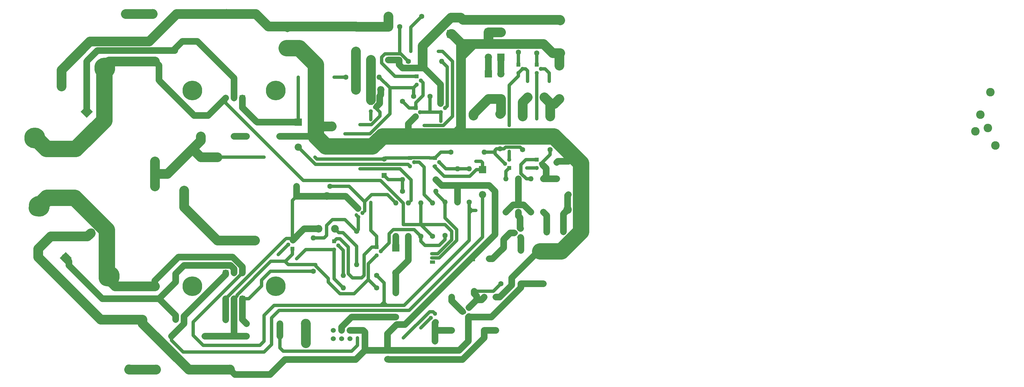
<source format=gbl>
G04 #@! TF.GenerationSoftware,KiCad,Pcbnew,5.0.1+dfsg1-3*
G04 #@! TF.CreationDate,2019-02-08T02:38:29+00:00*
G04 #@! TF.ProjectId,Trimodal Blameless_backup,5472696D6F64616C20426C616D656C65,rev?*
G04 #@! TF.SameCoordinates,Original*
G04 #@! TF.FileFunction,Copper,L2,Bot,Signal*
G04 #@! TF.FilePolarity,Positive*
%FSLAX46Y46*%
G04 Gerber Fmt 4.6, Leading zero omitted, Abs format (unit mm)*
G04 Created by KiCad (PCBNEW 5.0.1+dfsg1-3) date Fri 08 Feb 2019 02:38:29 UTC*
%MOMM*%
%LPD*%
G01*
G04 APERTURE LIST*
G04 #@! TA.AperFunction,ComponentPad*
%ADD10C,6.000000*%
G04 #@! TD*
G04 #@! TA.AperFunction,ComponentPad*
%ADD11C,2.600000*%
G04 #@! TD*
G04 #@! TA.AperFunction,Conductor*
%ADD12C,0.100000*%
G04 #@! TD*
G04 #@! TA.AperFunction,ComponentPad*
%ADD13C,6.350000*%
G04 #@! TD*
G04 #@! TA.AperFunction,ComponentPad*
%ADD14O,2.400000X2.400000*%
G04 #@! TD*
G04 #@! TA.AperFunction,ComponentPad*
%ADD15C,2.400000*%
G04 #@! TD*
G04 #@! TA.AperFunction,ComponentPad*
%ADD16R,2.000000X2.000000*%
G04 #@! TD*
G04 #@! TA.AperFunction,ComponentPad*
%ADD17C,2.000000*%
G04 #@! TD*
G04 #@! TA.AperFunction,ComponentPad*
%ADD18R,2.400000X2.400000*%
G04 #@! TD*
G04 #@! TA.AperFunction,ComponentPad*
%ADD19C,1.600000*%
G04 #@! TD*
G04 #@! TA.AperFunction,ComponentPad*
%ADD20R,1.600000X1.600000*%
G04 #@! TD*
G04 #@! TA.AperFunction,ComponentPad*
%ADD21R,2.200000X2.200000*%
G04 #@! TD*
G04 #@! TA.AperFunction,ComponentPad*
%ADD22O,2.200000X2.200000*%
G04 #@! TD*
G04 #@! TA.AperFunction,ComponentPad*
%ADD23C,3.000000*%
G04 #@! TD*
G04 #@! TA.AperFunction,ComponentPad*
%ADD24O,1.800000X1.800000*%
G04 #@! TD*
G04 #@! TA.AperFunction,ComponentPad*
%ADD25R,1.800000X1.800000*%
G04 #@! TD*
G04 #@! TA.AperFunction,ComponentPad*
%ADD26C,1.300000*%
G04 #@! TD*
G04 #@! TA.AperFunction,ComponentPad*
%ADD27R,1.300000X1.300000*%
G04 #@! TD*
G04 #@! TA.AperFunction,ComponentPad*
%ADD28O,1.500000X1.050000*%
G04 #@! TD*
G04 #@! TA.AperFunction,ComponentPad*
%ADD29R,1.500000X1.050000*%
G04 #@! TD*
G04 #@! TA.AperFunction,ComponentPad*
%ADD30O,1.600000X1.600000*%
G04 #@! TD*
G04 #@! TA.AperFunction,ComponentPad*
%ADD31R,1.524000X1.524000*%
G04 #@! TD*
G04 #@! TA.AperFunction,ComponentPad*
%ADD32C,1.524000*%
G04 #@! TD*
G04 #@! TA.AperFunction,ComponentPad*
%ADD33C,2.340000*%
G04 #@! TD*
G04 #@! TA.AperFunction,ViaPad*
%ADD34C,1.000000*%
G04 #@! TD*
G04 #@! TA.AperFunction,ViaPad*
%ADD35C,3.000000*%
G04 #@! TD*
G04 #@! TA.AperFunction,ViaPad*
%ADD36C,2.000000*%
G04 #@! TD*
G04 #@! TA.AperFunction,Conductor*
%ADD37C,3.000000*%
G04 #@! TD*
G04 #@! TA.AperFunction,Conductor*
%ADD38C,1.000000*%
G04 #@! TD*
G04 #@! TA.AperFunction,Conductor*
%ADD39C,5.000000*%
G04 #@! TD*
G04 #@! TA.AperFunction,Conductor*
%ADD40C,2.000000*%
G04 #@! TD*
G04 #@! TA.AperFunction,Conductor*
%ADD41C,0.800000*%
G04 #@! TD*
G04 APERTURE END LIST*
D10*
G04 #@! TO.P,HS2,1*
G04 #@! TO.N,N/C*
X101600000Y-116840000D03*
X76200000Y-116840000D03*
G04 #@! TD*
D11*
G04 #@! TO.P,TR9,1*
G04 #@! TO.N,Net-(R26-Pad1)*
X43979212Y-63550252D03*
D12*
G04 #@! TD*
G04 #@! TO.N,Net-(R26-Pad1)*
G04 #@! TO.C,TR9*
G36*
X43979212Y-61711774D02*
X45817690Y-63550252D01*
X43979212Y-65388730D01*
X42140734Y-63550252D01*
X43979212Y-61711774D01*
X43979212Y-61711774D01*
G37*
D11*
G04 #@! TO.P,TR9,2*
G04 #@! TO.N,VCC*
X36257606Y-55828646D03*
D13*
G04 #@! TO.P,TR9,3*
G04 #@! TO.N,Net-(R17-Pad2)*
X49530000Y-50292000D03*
X28175375Y-71646625D03*
G04 #@! TD*
D14*
G04 #@! TO.P,R16,2*
G04 #@! TO.N,NFB*
X64770000Y-86360000D03*
D15*
G04 #@! TO.P,R16,1*
G04 #@! TO.N,Net-(D7-Pad1)*
X64770000Y-116840000D03*
G04 #@! TD*
D13*
G04 #@! TO.P,TR7,3*
G04 #@! TO.N,Net-(D7-Pad1)*
X29495627Y-92400163D03*
X50850252Y-113754788D03*
D11*
G04 #@! TO.P,TR7,2*
G04 #@! TO.N,VAA*
X45313606Y-100482394D03*
G04 #@! TO.P,TR7,1*
G04 #@! TO.N,Net-(R25-Pad2)*
X37592000Y-108204000D03*
D12*
G04 #@! TD*
G04 #@! TO.N,Net-(R25-Pad2)*
G04 #@! TO.C,TR7*
G36*
X39430478Y-108204000D02*
X37592000Y-110042478D01*
X35753522Y-108204000D01*
X37592000Y-106365522D01*
X39430478Y-108204000D01*
X39430478Y-108204000D01*
G37*
D16*
G04 #@! TO.P,C2,1*
G04 #@! TO.N,Net-(C2-Pad1)*
X161798000Y-64770000D03*
D17*
G04 #@! TO.P,C2,2*
G04 #@! TO.N,GND*
X161798000Y-69770000D03*
G04 #@! TD*
G04 #@! TO.P,C9,2*
G04 #@! TO.N,GND*
X110744000Y-134192000D03*
D16*
G04 #@! TO.P,C9,1*
G04 #@! TO.N,VAA*
X110744000Y-139192000D03*
G04 #@! TD*
G04 #@! TO.P,C10,1*
G04 #@! TO.N,GND*
X105156000Y-43354000D03*
D17*
G04 #@! TO.P,C10,2*
G04 #@! TO.N,VCC*
X105156000Y-38354000D03*
G04 #@! TD*
D18*
G04 #@! TO.P,C12,1*
G04 #@! TO.N,GND*
X154940000Y-39878000D03*
D15*
G04 #@! TO.P,C12,2*
G04 #@! TO.N,Net-(C12-Pad2)*
X154940000Y-34878000D03*
G04 #@! TD*
D19*
G04 #@! TO.P,C1,2*
G04 #@! TO.N,Net-(C1-Pad2)*
X189150000Y-100330000D03*
D20*
G04 #@! TO.P,C1,1*
G04 #@! TO.N,Net-(C1-Pad1)*
X184150000Y-100330000D03*
G04 #@! TD*
G04 #@! TO.P,C4,1*
G04 #@! TO.N,Net-(C4-Pad1)*
X86360000Y-132080000D03*
D19*
G04 #@! TO.P,C4,2*
G04 #@! TO.N,Net-(C3-Pad1)*
X86360000Y-127080000D03*
G04 #@! TD*
G04 #@! TO.P,C5,2*
G04 #@! TO.N,NFB*
X134620000Y-78058000D03*
D20*
G04 #@! TO.P,C5,1*
G04 #@! TO.N,Net-(C5-Pad1)*
X134620000Y-83058000D03*
G04 #@! TD*
G04 #@! TO.P,C15,1*
G04 #@! TO.N,Net-(C15-Pad1)*
X178308000Y-59182000D03*
D19*
G04 #@! TO.P,C15,2*
G04 #@! TO.N,Net-(C15-Pad2)*
X183308000Y-59182000D03*
G04 #@! TD*
G04 #@! TO.P,C14,2*
G04 #@! TO.N,Net-(C14-Pad2)*
X166544000Y-108458000D03*
D20*
G04 #@! TO.P,C14,1*
G04 #@! TO.N,VAA*
X161544000Y-108458000D03*
G04 #@! TD*
G04 #@! TO.P,C11,1*
G04 #@! TO.N,VAA*
X135636000Y-134112000D03*
D19*
G04 #@! TO.P,C11,2*
G04 #@! TO.N,Net-(C11-Pad2)*
X135636000Y-139112000D03*
G04 #@! TD*
G04 #@! TO.P,C3,2*
G04 #@! TO.N,Net-(C3-Pad2)*
X148590000Y-58928000D03*
G04 #@! TO.P,C3,1*
G04 #@! TO.N,Net-(C3-Pad1)*
X143590000Y-58928000D03*
G04 #@! TD*
G04 #@! TO.P,C16,1*
G04 #@! TO.N,Net-(C16-Pad1)*
X187198000Y-84074000D03*
G04 #@! TO.P,C16,2*
G04 #@! TO.N,GND*
X187198000Y-79074000D03*
G04 #@! TD*
G04 #@! TO.P,C13,2*
G04 #@! TO.N,VCC*
X114808000Y-38260000D03*
G04 #@! TO.P,C13,1*
G04 #@! TO.N,GND*
X114808000Y-48260000D03*
G04 #@! TD*
G04 #@! TO.P,C7,1*
G04 #@! TO.N,VAA*
X183134000Y-116078000D03*
G04 #@! TO.P,C7,2*
G04 #@! TO.N,GND*
X183134000Y-106078000D03*
G04 #@! TD*
G04 #@! TO.P,C6,2*
G04 #@! TO.N,GND*
X102710000Y-71120000D03*
G04 #@! TO.P,C6,1*
G04 #@! TO.N,Net-(C6-Pad1)*
X92710000Y-71120000D03*
G04 #@! TD*
G04 #@! TO.P,C17,1*
G04 #@! TO.N,GND*
X188214000Y-45720000D03*
G04 #@! TO.P,C17,2*
G04 #@! TO.N,Net-(C12-Pad2)*
X188214000Y-35720000D03*
G04 #@! TD*
D11*
G04 #@! TO.P,J4,1*
G04 #@! TO.N,GND*
X119888000Y-74168000D03*
G04 #@! TD*
G04 #@! TO.P,J3,1*
G04 #@! TO.N,Net-(J3-Pad1)*
X95250000Y-102870000D03*
G04 #@! TD*
G04 #@! TO.P,J2,1*
G04 #@! TO.N,GND*
X190246000Y-74930000D03*
G04 #@! TD*
G04 #@! TO.P,J1,1*
G04 #@! TO.N,Net-(C1-Pad2)*
X190500000Y-93472000D03*
G04 #@! TD*
D21*
G04 #@! TO.P,D5,1*
G04 #@! TO.N,Net-(D5-Pad1)*
X125984000Y-56896000D03*
D22*
G04 #@! TO.P,D5,2*
G04 #@! TO.N,Net-(D5-Pad2)*
X133604000Y-56896000D03*
G04 #@! TD*
D21*
G04 #@! TO.P,D1,1*
G04 #@! TO.N,Net-(D1-Pad1)*
X166370000Y-52070000D03*
D22*
G04 #@! TO.P,D1,2*
G04 #@! TO.N,Net-(C2-Pad1)*
X166370000Y-59690000D03*
G04 #@! TD*
G04 #@! TO.P,D2,2*
G04 #@! TO.N,Net-(D1-Pad1)*
X166370000Y-46990000D03*
D21*
G04 #@! TO.P,D2,1*
G04 #@! TO.N,GND*
X166370000Y-39370000D03*
G04 #@! TD*
G04 #@! TO.P,D4,1*
G04 #@! TO.N,Net-(D3-Pad2)*
X170180000Y-46990000D03*
D22*
G04 #@! TO.P,D4,2*
G04 #@! TO.N,GND*
X170180000Y-39370000D03*
G04 #@! TD*
G04 #@! TO.P,D6,2*
G04 #@! TO.N,Net-(D5-Pad1)*
X125984000Y-45212000D03*
D21*
G04 #@! TO.P,D6,1*
G04 #@! TO.N,VCC*
X125984000Y-37592000D03*
G04 #@! TD*
G04 #@! TO.P,D7,1*
G04 #@! TO.N,Net-(D7-Pad1)*
X164592000Y-81280000D03*
D22*
G04 #@! TO.P,D7,2*
G04 #@! TO.N,Net-(D7-Pad2)*
X164592000Y-88900000D03*
G04 #@! TD*
G04 #@! TO.P,D8,2*
G04 #@! TO.N,Net-(D8-Pad2)*
X108458000Y-74422000D03*
D21*
G04 #@! TO.P,D8,1*
G04 #@! TO.N,Net-(D8-Pad1)*
X108458000Y-66802000D03*
G04 #@! TD*
G04 #@! TO.P,D9,1*
G04 #@! TO.N,Net-(D9-Pad1)*
X138176000Y-105156000D03*
D22*
G04 #@! TO.P,D9,2*
G04 #@! TO.N,Net-(D9-Pad2)*
X138176000Y-112776000D03*
G04 #@! TD*
D23*
G04 #@! TO.P,F1,2*
G04 #@! TO.N,VAA*
X87630000Y-142240000D03*
G04 #@! TO.P,F1,1*
G04 #@! TO.N,+24V*
X65030000Y-142240000D03*
G04 #@! TD*
G04 #@! TO.P,F2,1*
G04 #@! TO.N,-24V*
X64014000Y-33782000D03*
G04 #@! TO.P,F2,2*
G04 #@! TO.N,VCC*
X86614000Y-33782000D03*
G04 #@! TD*
D15*
G04 #@! TO.P,L1,1*
G04 #@! TO.N,NFB*
X83820000Y-77470000D03*
D14*
G04 #@! TO.P,L1,2*
G04 #@! TO.N,Net-(J3-Pad1)*
X83820000Y-102870000D03*
G04 #@! TD*
D24*
G04 #@! TO.P,TR6,3*
G04 #@! TO.N,Net-(D7-Pad1)*
X91440000Y-112776000D03*
G04 #@! TO.P,TR6,2*
G04 #@! TO.N,Net-(R25-Pad2)*
X88900000Y-112776000D03*
D25*
G04 #@! TO.P,TR6,1*
G04 #@! TO.N,Net-(D7-Pad2)*
X86360000Y-112776000D03*
G04 #@! TD*
G04 #@! TO.P,TR13,1*
G04 #@! TO.N,Net-(R10-Pad2)*
X91440000Y-120650000D03*
D24*
G04 #@! TO.P,TR13,2*
G04 #@! TO.N,Net-(C4-Pad1)*
X88900000Y-120650000D03*
G04 #@! TO.P,TR13,3*
G04 #@! TO.N,Net-(C3-Pad1)*
X86360000Y-120650000D03*
G04 #@! TD*
D26*
G04 #@! TO.P,TR12,2*
G04 #@! TO.N,Net-(C3-Pad2)*
X145542000Y-63754000D03*
G04 #@! TO.P,TR12,3*
G04 #@! TO.N,GND*
X144272000Y-65024000D03*
D27*
G04 #@! TO.P,TR12,1*
G04 #@! TO.N,Net-(R36-Pad1)*
X144272000Y-62484000D03*
G04 #@! TD*
G04 #@! TO.P,TR20,1*
G04 #@! TO.N,Net-(C3-Pad1)*
X126746000Y-93218000D03*
D26*
G04 #@! TO.P,TR20,3*
G04 #@! TO.N,Net-(R11-Pad2)*
X126746000Y-95758000D03*
G04 #@! TO.P,TR20,2*
G04 #@! TO.N,Net-(R32-Pad1)*
X128016000Y-94488000D03*
G04 #@! TD*
G04 #@! TO.P,TR21,2*
G04 #@! TO.N,Net-(R41-Pad2)*
X159004000Y-124714000D03*
G04 #@! TO.P,TR21,3*
G04 #@! TO.N,Net-(R49-Pad1)*
X160274000Y-123444000D03*
D27*
G04 #@! TO.P,TR21,1*
G04 #@! TO.N,VAA*
X160274000Y-125984000D03*
G04 #@! TD*
G04 #@! TO.P,TR19,1*
G04 #@! TO.N,NFB*
X142494000Y-77724000D03*
D26*
G04 #@! TO.P,TR19,3*
G04 #@! TO.N,Net-(D8-Pad2)*
X142494000Y-80264000D03*
G04 #@! TO.P,TR19,2*
G04 #@! TO.N,Net-(R27-Pad2)*
X143764000Y-78994000D03*
G04 #@! TD*
G04 #@! TO.P,TR17,2*
G04 #@! TO.N,Net-(D5-Pad2)*
X131826000Y-62230000D03*
G04 #@! TO.P,TR17,3*
G04 #@! TO.N,Net-(TR15-Pad1)*
X130556000Y-63500000D03*
D27*
G04 #@! TO.P,TR17,1*
G04 #@! TO.N,Net-(R45-Pad1)*
X130556000Y-60960000D03*
G04 #@! TD*
G04 #@! TO.P,TR16,1*
G04 #@! TO.N,Net-(TR15-Pad1)*
X119380000Y-103124000D03*
D26*
G04 #@! TO.P,TR16,3*
G04 #@! TO.N,Net-(R15-Pad2)*
X119380000Y-105664000D03*
G04 #@! TO.P,TR16,2*
G04 #@! TO.N,Net-(R20-Pad2)*
X120650000Y-104394000D03*
G04 #@! TD*
G04 #@! TO.P,TR15,2*
G04 #@! TO.N,Net-(R30-Pad1)*
X133604000Y-106172000D03*
G04 #@! TO.P,TR15,3*
G04 #@! TO.N,Net-(C4-Pad1)*
X132334000Y-107442000D03*
D27*
G04 #@! TO.P,TR15,1*
G04 #@! TO.N,Net-(TR15-Pad1)*
X132334000Y-104902000D03*
G04 #@! TD*
G04 #@! TO.P,TR14,1*
G04 #@! TO.N,Net-(C4-Pad1)*
X106680000Y-105410000D03*
D26*
G04 #@! TO.P,TR14,3*
G04 #@! TO.N,Net-(C3-Pad1)*
X106680000Y-102870000D03*
G04 #@! TO.P,TR14,2*
G04 #@! TO.N,Net-(R15-Pad2)*
X105410000Y-104140000D03*
G04 #@! TD*
G04 #@! TO.P,TR11,2*
G04 #@! TO.N,Net-(TR10-Pad2)*
X176784000Y-50546000D03*
G04 #@! TO.P,TR11,3*
X175514000Y-51816000D03*
D27*
G04 #@! TO.P,TR11,1*
G04 #@! TO.N,Net-(R7-Pad1)*
X175514000Y-49276000D03*
G04 #@! TD*
G04 #@! TO.P,TR10,1*
G04 #@! TO.N,Net-(R6-Pad1)*
X181102000Y-49276000D03*
D26*
G04 #@! TO.P,TR10,3*
G04 #@! TO.N,Net-(C3-Pad2)*
X181102000Y-51816000D03*
G04 #@! TO.P,TR10,2*
G04 #@! TO.N,Net-(TR10-Pad2)*
X182372000Y-50546000D03*
G04 #@! TD*
G04 #@! TO.P,TR5,2*
G04 #@! TO.N,Net-(R49-Pad1)*
X148844000Y-126492000D03*
G04 #@! TO.P,TR5,3*
G04 #@! TO.N,Net-(R10-Pad1)*
X150114000Y-125222000D03*
D27*
G04 #@! TO.P,TR5,1*
G04 #@! TO.N,Net-(R13-Pad2)*
X150114000Y-127762000D03*
G04 #@! TD*
G04 #@! TO.P,TR4,1*
G04 #@! TO.N,Net-(R34-Pad1)*
X144526000Y-52832000D03*
D26*
G04 #@! TO.P,TR4,3*
G04 #@! TO.N,Net-(C3-Pad1)*
X144526000Y-55372000D03*
G04 #@! TO.P,TR4,2*
G04 #@! TO.N,Net-(R36-Pad1)*
X145796000Y-54102000D03*
G04 #@! TD*
G04 #@! TO.P,TR3,2*
G04 #@! TO.N,Net-(R40-Pad1)*
X171450000Y-79502000D03*
G04 #@! TO.P,TR3,3*
G04 #@! TO.N,Net-(TR10-Pad2)*
X172720000Y-78232000D03*
D27*
G04 #@! TO.P,TR3,1*
G04 #@! TO.N,Net-(R3-Pad2)*
X172720000Y-80772000D03*
G04 #@! TD*
G04 #@! TO.P,TR18,1*
G04 #@! TO.N,NFB*
X150114000Y-77724000D03*
D26*
G04 #@! TO.P,TR18,3*
G04 #@! TO.N,Net-(D7-Pad1)*
X150114000Y-80264000D03*
G04 #@! TO.P,TR18,2*
G04 #@! TO.N,Net-(R21-Pad2)*
X151384000Y-78994000D03*
G04 #@! TD*
G04 #@! TO.P,TR2,2*
G04 #@! TO.N,Net-(C16-Pad1)*
X182372000Y-79502000D03*
G04 #@! TO.P,TR2,3*
G04 #@! TO.N,Net-(C3-Pad2)*
X181102000Y-80772000D03*
D27*
G04 #@! TO.P,TR2,1*
G04 #@! TO.N,Net-(R2-Pad2)*
X181102000Y-78232000D03*
G04 #@! TD*
G04 #@! TO.P,TR1,1*
G04 #@! TO.N,Net-(R4-Pad2)*
X176022000Y-101854000D03*
D26*
G04 #@! TO.P,TR1,3*
G04 #@! TO.N,Net-(R35-Pad1)*
X176022000Y-99314000D03*
G04 #@! TO.P,TR1,2*
G04 #@! TO.N,Net-(C14-Pad2)*
X174752000Y-100584000D03*
G04 #@! TD*
G04 #@! TO.P,Q6,2*
G04 #@! TO.N,Net-(Q6-Pad2)*
X153162000Y-62484000D03*
G04 #@! TO.P,Q6,3*
G04 #@! TO.N,Net-(C3-Pad2)*
X151892000Y-63754000D03*
D27*
G04 #@! TO.P,Q6,1*
G04 #@! TO.N,Net-(C12-Pad2)*
X151892000Y-61214000D03*
G04 #@! TD*
D28*
G04 #@! TO.P,RG1,2*
G04 #@! TO.N,Net-(R30-Pad2)*
X149352000Y-108204000D03*
G04 #@! TO.P,RG1,3*
G04 #@! TO.N,Net-(R17-Pad2)*
X149352000Y-106934000D03*
D29*
G04 #@! TO.P,RG1,1*
G04 #@! TO.N,N/C*
X149352000Y-109474000D03*
G04 #@! TD*
D19*
G04 #@! TO.P,R42,1*
G04 #@! TO.N,VAA*
X150368000Y-84328000D03*
D30*
G04 #@! TO.P,R42,2*
G04 #@! TO.N,Net-(C5-Pad1)*
X140208000Y-84328000D03*
G04 #@! TD*
G04 #@! TO.P,R12,2*
G04 #@! TO.N,Net-(C4-Pad1)*
X80010000Y-132080000D03*
D19*
G04 #@! TO.P,R12,1*
G04 #@! TO.N,Net-(D7-Pad2)*
X69850000Y-132080000D03*
G04 #@! TD*
G04 #@! TO.P,R11,1*
G04 #@! TO.N,Net-(R10-Pad2)*
X113030000Y-112268000D03*
D30*
G04 #@! TO.P,R11,2*
G04 #@! TO.N,Net-(R11-Pad2)*
X113030000Y-102108000D03*
G04 #@! TD*
G04 #@! TO.P,R10,2*
G04 #@! TO.N,Net-(R10-Pad2)*
X92710000Y-128270000D03*
D19*
G04 #@! TO.P,R10,1*
G04 #@! TO.N,Net-(R10-Pad1)*
X102870000Y-128270000D03*
G04 #@! TD*
G04 #@! TO.P,R14,1*
G04 #@! TO.N,Net-(R10-Pad1)*
X102870000Y-132080000D03*
D30*
G04 #@! TO.P,R14,2*
G04 #@! TO.N,Net-(C4-Pad1)*
X92710000Y-132080000D03*
G04 #@! TD*
G04 #@! TO.P,R9,2*
G04 #@! TO.N,Net-(C1-Pad1)*
X183134000Y-94234000D03*
D19*
G04 #@! TO.P,R9,1*
G04 #@! TO.N,Net-(C16-Pad1)*
X183134000Y-84074000D03*
G04 #@! TD*
G04 #@! TO.P,R8,1*
G04 #@! TO.N,NFB*
X154940000Y-75946000D03*
D30*
G04 #@! TO.P,R8,2*
G04 #@! TO.N,Net-(R40-Pad1)*
X165100000Y-75946000D03*
G04 #@! TD*
G04 #@! TO.P,R7,2*
G04 #@! TO.N,Net-(C12-Pad2)*
X175514000Y-35306000D03*
D19*
G04 #@! TO.P,R7,1*
G04 #@! TO.N,Net-(R7-Pad1)*
X175514000Y-45466000D03*
G04 #@! TD*
G04 #@! TO.P,R6,1*
G04 #@! TO.N,Net-(R6-Pad1)*
X181102000Y-45720000D03*
D30*
G04 #@! TO.P,R6,2*
G04 #@! TO.N,Net-(C12-Pad2)*
X181102000Y-35560000D03*
G04 #@! TD*
G04 #@! TO.P,R5,2*
G04 #@! TO.N,Net-(C14-Pad2)*
X170180000Y-105918000D03*
D19*
G04 #@! TO.P,R5,1*
G04 #@! TO.N,Net-(R49-Pad1)*
X170180000Y-116078000D03*
G04 #@! TD*
G04 #@! TO.P,R4,1*
G04 #@! TO.N,VAA*
X176276000Y-116078000D03*
D30*
G04 #@! TO.P,R4,2*
G04 #@! TO.N,Net-(R4-Pad2)*
X176276000Y-105918000D03*
G04 #@! TD*
G04 #@! TO.P,R2,2*
G04 #@! TO.N,Net-(R2-Pad2)*
X179324000Y-84074000D03*
D19*
G04 #@! TO.P,R2,1*
G04 #@! TO.N,Net-(R2-Pad1)*
X179324000Y-94234000D03*
G04 #@! TD*
G04 #@! TO.P,R1,1*
G04 #@! TO.N,Net-(C16-Pad1)*
X185166000Y-75184000D03*
D30*
G04 #@! TO.P,R1,2*
G04 #@! TO.N,Net-(C15-Pad2)*
X185166000Y-65024000D03*
G04 #@! TD*
G04 #@! TO.P,R34,2*
G04 #@! TO.N,Net-(Q6-Pad2)*
X152146000Y-48260000D03*
D19*
G04 #@! TO.P,R34,1*
G04 #@! TO.N,Net-(R34-Pad1)*
X141986000Y-48260000D03*
G04 #@! TD*
G04 #@! TO.P,R15,1*
G04 #@! TO.N,Net-(C4-Pad1)*
X132334000Y-117348000D03*
D30*
G04 #@! TO.P,R15,2*
G04 #@! TO.N,Net-(R15-Pad2)*
X122174000Y-117348000D03*
G04 #@! TD*
G04 #@! TO.P,R35,2*
G04 #@! TO.N,Net-(R2-Pad1)*
X175514000Y-84074000D03*
D19*
G04 #@! TO.P,R35,1*
G04 #@! TO.N,Net-(R35-Pad1)*
X175514000Y-94234000D03*
G04 #@! TD*
G04 #@! TO.P,R36,1*
G04 #@! TO.N,Net-(R36-Pad1)*
X140208000Y-60452000D03*
D30*
G04 #@! TO.P,R36,2*
G04 #@! TO.N,Net-(C12-Pad2)*
X140208000Y-50292000D03*
G04 #@! TD*
G04 #@! TO.P,R37,2*
G04 #@! TO.N,Net-(C12-Pad2)*
X135890000Y-47848118D03*
D19*
G04 #@! TO.P,R37,1*
G04 #@! TO.N,VCC*
X135890000Y-37688118D03*
G04 #@! TD*
G04 #@! TO.P,R38,1*
G04 #@! TO.N,Net-(R34-Pad1)*
X139282124Y-37688118D03*
D30*
G04 #@! TO.P,R38,2*
G04 #@! TO.N,Net-(C12-Pad2)*
X139282124Y-47848118D03*
G04 #@! TD*
G04 #@! TO.P,R39,2*
G04 #@! TO.N,GND*
X168656000Y-120142000D03*
D19*
G04 #@! TO.P,R39,1*
G04 #@! TO.N,Net-(C11-Pad2)*
X168656000Y-130302000D03*
G04 #@! TD*
G04 #@! TO.P,R40,1*
G04 #@! TO.N,Net-(R40-Pad1)*
X169926000Y-74930000D03*
D30*
G04 #@! TO.P,R40,2*
G04 #@! TO.N,Net-(C2-Pad1)*
X169926000Y-64770000D03*
G04 #@! TD*
G04 #@! TO.P,R3,2*
G04 #@! TO.N,Net-(R3-Pad2)*
X171704000Y-84074000D03*
D19*
G04 #@! TO.P,R3,1*
G04 #@! TO.N,Net-(R2-Pad1)*
X171704000Y-94234000D03*
G04 #@! TD*
G04 #@! TO.P,R13,1*
G04 #@! TO.N,VAA*
X160274000Y-133604000D03*
D30*
G04 #@! TO.P,R13,2*
G04 #@! TO.N,Net-(R13-Pad2)*
X150114000Y-133604000D03*
G04 #@! TD*
G04 #@! TO.P,R43,2*
G04 #@! TO.N,Net-(R30-Pad2)*
X150368000Y-87884000D03*
D19*
G04 #@! TO.P,R43,1*
G04 #@! TO.N,Net-(C5-Pad1)*
X140208000Y-87884000D03*
G04 #@! TD*
G04 #@! TO.P,R44,1*
G04 #@! TO.N,Net-(D9-Pad2)*
X141986000Y-101600000D03*
D30*
G04 #@! TO.P,R44,2*
G04 #@! TO.N,Net-(D5-Pad2)*
X141986000Y-91440000D03*
G04 #@! TD*
G04 #@! TO.P,R45,2*
G04 #@! TO.N,VCC*
X130556000Y-37592000D03*
D19*
G04 #@! TO.P,R45,1*
G04 #@! TO.N,Net-(R45-Pad1)*
X130556000Y-47752000D03*
G04 #@! TD*
G04 #@! TO.P,R46,1*
G04 #@! TO.N,Net-(C15-Pad2)*
X187960000Y-59690000D03*
D30*
G04 #@! TO.P,R46,2*
G04 #@! TO.N,GND*
X187960000Y-49530000D03*
G04 #@! TD*
G04 #@! TO.P,R47,2*
G04 #@! TO.N,Net-(C15-Pad1)*
X176784000Y-65024000D03*
D19*
G04 #@! TO.P,R47,1*
G04 #@! TO.N,Net-(R40-Pad1)*
X176784000Y-75184000D03*
G04 #@! TD*
G04 #@! TO.P,R48,1*
G04 #@! TO.N,Net-(C1-Pad2)*
X190754000Y-88900000D03*
D30*
G04 #@! TO.P,R48,2*
G04 #@! TO.N,GND*
X190754000Y-78740000D03*
G04 #@! TD*
G04 #@! TO.P,R49,2*
G04 #@! TO.N,Net-(C11-Pad2)*
X165100000Y-130302000D03*
D19*
G04 #@! TO.P,R49,1*
G04 #@! TO.N,Net-(R49-Pad1)*
X165100000Y-120142000D03*
G04 #@! TD*
G04 #@! TO.P,R18,1*
G04 #@! TO.N,NFB*
X78740000Y-71120000D03*
D30*
G04 #@! TO.P,R18,2*
G04 #@! TO.N,Net-(C6-Pad1)*
X88900000Y-71120000D03*
G04 #@! TD*
G04 #@! TO.P,R19,2*
G04 #@! TO.N,NFB*
X73660000Y-77470000D03*
D19*
G04 #@! TO.P,R19,1*
G04 #@! TO.N,Net-(J3-Pad1)*
X73660000Y-87630000D03*
G04 #@! TD*
G04 #@! TO.P,R41,1*
G04 #@! TO.N,Net-(R13-Pad2)*
X155194000Y-130302000D03*
D30*
G04 #@! TO.P,R41,2*
G04 #@! TO.N,Net-(R41-Pad2)*
X155194000Y-120142000D03*
G04 #@! TD*
G04 #@! TO.P,R21,2*
G04 #@! TO.N,Net-(R21-Pad2)*
X156972000Y-81026000D03*
D19*
G04 #@! TO.P,R21,1*
G04 #@! TO.N,VAA*
X156972000Y-91186000D03*
G04 #@! TD*
G04 #@! TO.P,R23,1*
G04 #@! TO.N,Net-(D7-Pad1)*
X160528000Y-91186000D03*
D30*
G04 #@! TO.P,R23,2*
G04 #@! TO.N,Net-(R21-Pad2)*
X160528000Y-81026000D03*
G04 #@! TD*
G04 #@! TO.P,R24,2*
G04 #@! TO.N,Net-(C3-Pad1)*
X133096000Y-53086000D03*
D19*
G04 #@! TO.P,R24,1*
G04 #@! TO.N,Net-(D8-Pad1)*
X122936000Y-53086000D03*
G04 #@! TD*
G04 #@! TO.P,R25,1*
G04 #@! TO.N,VAA*
X60960000Y-127000000D03*
D30*
G04 #@! TO.P,R25,2*
G04 #@! TO.N,Net-(R25-Pad2)*
X71120000Y-127000000D03*
G04 #@! TD*
G04 #@! TO.P,R26,2*
G04 #@! TO.N,VCC*
X62992000Y-42164000D03*
D19*
G04 #@! TO.P,R26,1*
G04 #@! TO.N,Net-(R26-Pad1)*
X73152000Y-42164000D03*
G04 #@! TD*
G04 #@! TO.P,R27,1*
G04 #@! TO.N,Net-(R17-Pad2)*
X149352000Y-101600000D03*
D30*
G04 #@! TO.P,R27,2*
G04 #@! TO.N,Net-(R27-Pad2)*
X149352000Y-91440000D03*
G04 #@! TD*
G04 #@! TO.P,R29,2*
G04 #@! TO.N,VCC*
X135890000Y-34544000D03*
D19*
G04 #@! TO.P,R29,1*
G04 #@! TO.N,Net-(R27-Pad2)*
X146050000Y-34544000D03*
G04 #@! TD*
G04 #@! TO.P,R31,1*
G04 #@! TO.N,Net-(R30-Pad1)*
X145796000Y-101600000D03*
D30*
G04 #@! TO.P,R31,2*
G04 #@! TO.N,Net-(R17-Pad2)*
X145796000Y-91440000D03*
G04 #@! TD*
G04 #@! TO.P,R32,2*
G04 #@! TO.N,Net-(C3-Pad1)*
X107950000Y-86360000D03*
D19*
G04 #@! TO.P,R32,1*
G04 #@! TO.N,Net-(R32-Pad1)*
X118110000Y-86360000D03*
G04 #@! TD*
G04 #@! TO.P,R33,1*
G04 #@! TO.N,Net-(D9-Pad1)*
X138176000Y-101600000D03*
D30*
G04 #@! TO.P,R33,2*
G04 #@! TO.N,Net-(R32-Pad1)*
X138176000Y-91440000D03*
G04 #@! TD*
G04 #@! TO.P,R30,2*
G04 #@! TO.N,Net-(R30-Pad2)*
X153162000Y-91186000D03*
D19*
G04 #@! TO.P,R30,1*
G04 #@! TO.N,Net-(R30-Pad1)*
X153162000Y-101346000D03*
G04 #@! TD*
G04 #@! TO.P,R20,1*
G04 #@! TO.N,Net-(D7-Pad1)*
X132334000Y-113538000D03*
D30*
G04 #@! TO.P,R20,2*
G04 #@! TO.N,Net-(R20-Pad2)*
X122174000Y-113538000D03*
G04 #@! TD*
D15*
G04 #@! TO.P,R17,1*
G04 #@! TO.N,NFB*
X64770000Y-78740000D03*
D14*
G04 #@! TO.P,R17,2*
G04 #@! TO.N,Net-(R17-Pad2)*
X64770000Y-48260000D03*
G04 #@! TD*
D10*
G04 #@! TO.P,HS1,1*
G04 #@! TO.N,N/C*
X76200000Y-57150000D03*
X101600000Y-57150000D03*
G04 #@! TD*
D25*
G04 #@! TO.P,TR8,1*
G04 #@! TO.N,Net-(D8-Pad1)*
X91440000Y-59436000D03*
D24*
G04 #@! TO.P,TR8,2*
G04 #@! TO.N,Net-(R26-Pad1)*
X88900000Y-59436000D03*
G04 #@! TO.P,TR8,3*
G04 #@! TO.N,Net-(R17-Pad2)*
X86360000Y-59436000D03*
G04 #@! TD*
D21*
G04 #@! TO.P,D3,1*
G04 #@! TO.N,Net-(C2-Pad1)*
X170180000Y-59690000D03*
D22*
G04 #@! TO.P,D3,2*
G04 #@! TO.N,Net-(D3-Pad2)*
X170180000Y-52070000D03*
G04 #@! TD*
D11*
G04 #@! TO.P,JL1,1*
G04 #@! TO.N,Net-(JL1-Pad1)*
X56896000Y-141986000D03*
G04 #@! TD*
G04 #@! TO.P,JL2,1*
G04 #@! TO.N,Net-(JL2-Pad1)*
X56134000Y-33782000D03*
G04 #@! TD*
G04 #@! TO.P,TP1,1*
G04 #@! TO.N,Net-(TP1-Pad1)*
X318516000Y-68580000D03*
G04 #@! TD*
G04 #@! TO.P,TP2,1*
G04 #@! TO.N,Net-(TP2-Pad1)*
X319278000Y-57658000D03*
G04 #@! TD*
G04 #@! TO.P,TP3,1*
G04 #@! TO.N,Net-(TP3-Pad1)*
X316230000Y-64516000D03*
G04 #@! TD*
G04 #@! TO.P,TP4,1*
G04 #@! TO.N,Net-(TP4-Pad1)*
X314706000Y-69596000D03*
G04 #@! TD*
G04 #@! TO.P,TP5,1*
G04 #@! TO.N,Net-(TP5-Pad1)*
X320802000Y-73914000D03*
G04 #@! TD*
G04 #@! TO.P,TP6,1*
G04 #@! TO.N,Net-(TP6-Pad1)*
X113792000Y-63246000D03*
G04 #@! TD*
D19*
G04 #@! TO.P,R22,1*
G04 #@! TO.N,Net-(R11-Pad2)*
X126238000Y-100076000D03*
D30*
G04 #@! TO.P,R22,2*
G04 #@! TO.N,Net-(PR1-Pad1)*
X126238000Y-110236000D03*
G04 #@! TD*
D31*
G04 #@! TO.P,SW1,1*
G04 #@! TO.N,VAA*
X124206000Y-130302000D03*
D32*
G04 #@! TO.P,SW1,2*
G04 #@! TO.N,Net-(D9-Pad2)*
X121666000Y-130302000D03*
G04 #@! TO.P,SW1,3*
G04 #@! TO.N,N/C*
X119126000Y-130302000D03*
G04 #@! TO.P,SW1,4*
X119126000Y-132842000D03*
G04 #@! TO.P,SW1,5*
X121666000Y-132842000D03*
G04 #@! TO.P,SW1,6*
X124206000Y-132842000D03*
G04 #@! TD*
D33*
G04 #@! TO.P,PR1,3*
G04 #@! TO.N,Net-(C3-Pad1)*
X114634000Y-99314000D03*
G04 #@! TO.P,PR1,2*
X117134000Y-89314000D03*
G04 #@! TO.P,PR1,1*
G04 #@! TO.N,Net-(PR1-Pad1)*
X119634000Y-99314000D03*
G04 #@! TD*
D34*
G04 #@! TO.N,NFB*
X113538000Y-77470000D03*
X98044000Y-77470000D03*
G04 #@! TO.N,Net-(D7-Pad1)*
X162560000Y-93726000D03*
X162560000Y-78740000D03*
G04 #@! TO.N,Net-(C3-Pad1)*
X122682000Y-88900000D03*
X122682000Y-70358000D03*
G04 #@! TO.N,Net-(R27-Pad2)*
X146812000Y-80518000D03*
X146812000Y-67818000D03*
X151130000Y-45212000D03*
X142748000Y-45212000D03*
G04 #@! TO.N,Net-(D8-Pad1)*
X119380000Y-53086000D03*
X108458000Y-53086000D03*
G04 #@! TO.N,Net-(R49-Pad1)*
X145796000Y-129540000D03*
X162052000Y-118364000D03*
D35*
G04 #@! TO.N,GND*
X110744000Y-128270000D03*
X118618000Y-68072000D03*
D36*
G04 #@! TO.N,Net-(D9-Pad2)*
X138176000Y-126238000D03*
X138176000Y-118872000D03*
D34*
G04 #@! TO.N,Net-(D5-Pad2)*
X127254000Y-67564000D03*
X127254000Y-81026000D03*
G04 #@! TO.N,Net-(R15-Pad2)*
X102362000Y-107188000D03*
X107950000Y-108458000D03*
G04 #@! TO.N,Net-(R10-Pad1)*
X140462000Y-132588000D03*
X126492000Y-132588000D03*
G04 #@! TO.N,Net-(C3-Pad2)*
X178054000Y-80772000D03*
X181102000Y-65786000D03*
X151892000Y-66548000D03*
G04 #@! TO.N,Net-(TR10-Pad2)*
X172720000Y-75692000D03*
X178308000Y-54356000D03*
X184912000Y-54356000D03*
X172720000Y-67818000D03*
G04 #@! TO.N,Net-(TR15-Pad1)*
X130556000Y-66040000D03*
X130556000Y-91240894D03*
G04 #@! TD*
D37*
G04 #@! TO.N,NFB*
X68580000Y-82550000D02*
X73660000Y-77470000D01*
X64770000Y-82550000D02*
X68580000Y-82550000D01*
X64770000Y-82550000D02*
X64770000Y-78740000D01*
X64770000Y-86360000D02*
X64770000Y-82550000D01*
X78740000Y-71120000D02*
X78740000Y-72390000D01*
X78740000Y-77470000D02*
X76200000Y-74930000D01*
X83820000Y-77470000D02*
X78740000Y-77470000D01*
X78740000Y-72390000D02*
X76200000Y-74930000D01*
X76200000Y-74930000D02*
X73660000Y-77470000D01*
D38*
X134954000Y-77724000D02*
X134620000Y-78058000D01*
X142494000Y-77724000D02*
X134954000Y-77724000D01*
X151892000Y-75946000D02*
X150114000Y-77724000D01*
X154940000Y-75946000D02*
X151892000Y-75946000D01*
X148383999Y-77643999D02*
X142574001Y-77643999D01*
X142574001Y-77643999D02*
X142494000Y-77724000D01*
X148464000Y-77724000D02*
X148383999Y-77643999D01*
X150114000Y-77724000D02*
X148464000Y-77724000D01*
X83820000Y-77470000D02*
X98044000Y-77470000D01*
X98044000Y-77470000D02*
X98044000Y-77470000D01*
X114126000Y-78058000D02*
X113538000Y-77470000D01*
X134620000Y-78058000D02*
X114126000Y-78058000D01*
D39*
G04 #@! TO.N,Net-(R17-Pad2)*
X49294625Y-66275375D02*
X49294625Y-49765375D01*
X40640000Y-74930000D02*
X49294625Y-66275375D01*
X27940000Y-71120000D02*
X31750000Y-74930000D01*
X31750000Y-74930000D02*
X40640000Y-74930000D01*
D37*
X50800000Y-48260000D02*
X49294625Y-49765375D01*
X64770000Y-48260000D02*
X50800000Y-48260000D01*
D40*
X65969999Y-54031999D02*
X76708000Y-64770000D01*
X65969999Y-49459999D02*
X65969999Y-54031999D01*
X64770000Y-48260000D02*
X65969999Y-49459999D01*
D38*
X145796000Y-98044000D02*
X149352000Y-101600000D01*
X145796000Y-91440000D02*
X145796000Y-98044000D01*
X150902000Y-106934000D02*
X149352000Y-106934000D01*
X155194000Y-102642000D02*
X150902000Y-106934000D01*
X155194000Y-100076000D02*
X155194000Y-102642000D01*
X153162000Y-98044000D02*
X155194000Y-100076000D01*
X145796000Y-98044000D02*
X153162000Y-98044000D01*
D40*
X81026000Y-64770000D02*
X86360000Y-59436000D01*
X76708000Y-64770000D02*
X81026000Y-64770000D01*
D38*
X140462000Y-91505998D02*
X140462000Y-98044000D01*
X133514003Y-84558001D02*
X140462000Y-91505998D01*
X109955209Y-84558001D02*
X133514003Y-84558001D01*
X86360000Y-59436000D02*
X86360000Y-60962792D01*
X140462000Y-98044000D02*
X145796000Y-98044000D01*
X86360000Y-60962792D02*
X109955209Y-84558001D01*
D39*
G04 #@! TO.N,Net-(D7-Pad1)*
X31914211Y-89770376D02*
X40240376Y-89770376D01*
X28739212Y-92945375D02*
X31914211Y-89770376D01*
X50093837Y-99623837D02*
X50093837Y-114300000D01*
X40240376Y-89770376D02*
X50093837Y-99623837D01*
D37*
X52633837Y-116840000D02*
X50093837Y-114300000D01*
X64770000Y-116840000D02*
X52633837Y-116840000D01*
D38*
X96774000Y-134874000D02*
X98044000Y-133604000D01*
X98044000Y-133604000D02*
X98044000Y-125730000D01*
X98044000Y-125730000D02*
X101092000Y-122682000D01*
X101092000Y-122682000D02*
X131572000Y-122682000D01*
X149860000Y-80264000D02*
X152908000Y-83312000D01*
X162692000Y-81280000D02*
X164592000Y-81280000D01*
X160660000Y-83312000D02*
X162692000Y-81280000D01*
X152908000Y-83312000D02*
X160660000Y-83312000D01*
X140716000Y-122682000D02*
X160528000Y-102870000D01*
D40*
X88458075Y-107950000D02*
X71962944Y-107950000D01*
X64770000Y-115142944D02*
X64770000Y-116840000D01*
X71962944Y-107950000D02*
X64770000Y-115142944D01*
X91440000Y-110931925D02*
X88458075Y-107950000D01*
X91440000Y-112776000D02*
X91440000Y-110931925D01*
D38*
X76454000Y-131826000D02*
X79502000Y-134874000D01*
X91440000Y-112776000D02*
X76454000Y-127762000D01*
X76454000Y-127762000D02*
X76454000Y-131826000D01*
X79502000Y-134874000D02*
X96774000Y-134874000D01*
X132334000Y-113538000D02*
X133133999Y-114337999D01*
X133133999Y-114337999D02*
X134620000Y-115824000D01*
X134620000Y-121666000D02*
X133604000Y-122682000D01*
X134620000Y-121412000D02*
X134620000Y-122174000D01*
X134620000Y-121412000D02*
X134620000Y-121666000D01*
X131572000Y-122682000D02*
X133604000Y-122682000D01*
X134620000Y-115824000D02*
X134620000Y-121412000D01*
X134620000Y-121666000D02*
X134620000Y-121920000D01*
X134620000Y-121920000D02*
X135382000Y-122682000D01*
X133604000Y-122682000D02*
X135382000Y-122682000D01*
X135382000Y-122682000D02*
X140716000Y-122682000D01*
X160528000Y-92964000D02*
X160528000Y-91186000D01*
X164592000Y-79180000D02*
X164152000Y-78740000D01*
X164592000Y-81280000D02*
X164592000Y-79180000D01*
X164152000Y-78740000D02*
X162560000Y-78740000D01*
X160528000Y-93726000D02*
X160528000Y-92964000D01*
X161290000Y-93726000D02*
X160528000Y-92964000D01*
X161290000Y-93726000D02*
X160528000Y-93726000D01*
X162560000Y-93726000D02*
X161290000Y-93726000D01*
X161290000Y-93726000D02*
X160528000Y-94488000D01*
X160528000Y-102870000D02*
X160528000Y-94488000D01*
X160528000Y-94488000D02*
X160528000Y-93726000D01*
X163068000Y-78740000D02*
X162560000Y-78740000D01*
X162560000Y-78740000D02*
X163068000Y-78740000D01*
G04 #@! TO.N,Net-(R20-Pad2)*
X122174000Y-105918000D02*
X122174000Y-113538000D01*
X120650000Y-104394000D02*
X122174000Y-105918000D01*
G04 #@! TO.N,Net-(R30-Pad2)*
X153162000Y-91186000D02*
X153162000Y-96012000D01*
X153162000Y-96012000D02*
X156718000Y-99568000D01*
X156718000Y-99568000D02*
X156718000Y-102870000D01*
X151384000Y-108204000D02*
X149352000Y-108204000D01*
X156718000Y-102870000D02*
X151384000Y-108204000D01*
X150368000Y-88392000D02*
X153162000Y-91186000D01*
X150368000Y-87884000D02*
X150368000Y-88392000D01*
G04 #@! TO.N,Net-(R30-Pad1)*
X137414000Y-99568000D02*
X143764000Y-99568000D01*
X136144000Y-100838000D02*
X137414000Y-99568000D01*
X133604000Y-106172000D02*
X136144000Y-103632000D01*
X143764000Y-99568000D02*
X145796000Y-101600000D01*
X136144000Y-103632000D02*
X136144000Y-100838000D01*
X151384000Y-104394000D02*
X153162000Y-102616000D01*
X147066000Y-104394000D02*
X151384000Y-104394000D01*
X153162000Y-102616000D02*
X153162000Y-101346000D01*
X145796000Y-101600000D02*
X145796000Y-103124000D01*
X145796000Y-103124000D02*
X147066000Y-104394000D01*
D40*
G04 #@! TO.N,Net-(D9-Pad1)*
X138176000Y-101600000D02*
X138176000Y-105156000D01*
D38*
G04 #@! TO.N,Net-(R32-Pad1)*
X118110000Y-86360000D02*
X123952000Y-86360000D01*
D41*
X128665999Y-93838001D02*
X128016000Y-94488000D01*
D38*
X128665999Y-91073999D02*
X128665999Y-93838001D01*
X123952000Y-86360000D02*
X128665999Y-91073999D01*
X128665999Y-91012352D02*
X128665999Y-91073999D01*
X130778351Y-88900000D02*
X128665999Y-91012352D01*
X135636000Y-88900000D02*
X130778351Y-88900000D01*
X138176000Y-91440000D02*
X135636000Y-88900000D01*
D40*
G04 #@! TO.N,Net-(C3-Pad1)*
X107950000Y-89408000D02*
X107950000Y-86360000D01*
D38*
X143590000Y-56308000D02*
X144526000Y-55372000D01*
X143590000Y-58928000D02*
X143590000Y-56308000D01*
D40*
X86360000Y-127080000D02*
X86360000Y-120650000D01*
D38*
X104789999Y-102220001D02*
X104394000Y-102616000D01*
X106030001Y-102220001D02*
X104789999Y-102220001D01*
X106680000Y-102870000D02*
X106030001Y-102220001D01*
X86360000Y-120650000D02*
X104394000Y-102616000D01*
X136318000Y-56308000D02*
X133096000Y-53086000D01*
X143590000Y-56308000D02*
X136318000Y-56308000D01*
X122682000Y-88900000D02*
X122682000Y-88900000D01*
X122682000Y-70358000D02*
X122682000Y-70358000D01*
X136318000Y-61975070D02*
X136318000Y-56308000D01*
X136318000Y-64266506D02*
X136318000Y-61975070D01*
X130226506Y-70358000D02*
X136318000Y-64266506D01*
X122682000Y-70358000D02*
X130226506Y-70358000D01*
X122682000Y-89916000D02*
X122682000Y-88900000D01*
D40*
X124968000Y-91440000D02*
X126646999Y-93118999D01*
X122936000Y-89408000D02*
X124968000Y-91440000D01*
X114634000Y-99314000D02*
X110236000Y-99314000D01*
X108204000Y-101346000D02*
X106779001Y-102770999D01*
X110236000Y-99314000D02*
X108204000Y-101346000D01*
X107950000Y-89408000D02*
X109220000Y-89408000D01*
X109220000Y-89408000D02*
X122936000Y-89408000D01*
D38*
X106680000Y-102870000D02*
X106680000Y-90678000D01*
X106680000Y-90678000D02*
X107950000Y-89408000D01*
D37*
G04 #@! TO.N,VCC*
X44958000Y-42164000D02*
X62992000Y-42164000D01*
X135890000Y-34544000D02*
X135890000Y-37688118D01*
X126080118Y-37688118D02*
X125984000Y-37592000D01*
X135890000Y-37688118D02*
X126080118Y-37688118D01*
X125984000Y-37592000D02*
X99314000Y-37592000D01*
X99314000Y-37592000D02*
X95504000Y-33782000D01*
X71374000Y-33782000D02*
X62992000Y-42164000D01*
X95504000Y-33782000D02*
X71374000Y-33782000D01*
X36257606Y-50864394D02*
X36257606Y-55828646D01*
X44958000Y-42164000D02*
X36257606Y-50864394D01*
D38*
G04 #@! TO.N,Net-(R27-Pad2)*
X146812000Y-88900000D02*
X149352000Y-91440000D01*
X146812000Y-80518000D02*
X146812000Y-80518000D01*
X143764000Y-78994000D02*
X145288000Y-78994000D01*
X145288000Y-78994000D02*
X146812000Y-80518000D01*
X146812000Y-80518000D02*
X146812000Y-88900000D01*
X152654000Y-67818000D02*
X146812000Y-67818000D01*
X155448000Y-65024000D02*
X152654000Y-67818000D01*
X146812000Y-67818000D02*
X146812000Y-67818000D01*
X155448000Y-65024000D02*
X155448000Y-48260000D01*
X155448000Y-48260000D02*
X152400000Y-45212000D01*
X152400000Y-45212000D02*
X151130000Y-45212000D01*
X146050000Y-34544000D02*
X142748000Y-37846000D01*
X142748000Y-37846000D02*
X142748000Y-45212000D01*
X151130000Y-45212000D02*
X151130000Y-45212000D01*
X142748000Y-45212000D02*
X142748000Y-45212000D01*
D40*
G04 #@! TO.N,Net-(R26-Pad1)*
X47244000Y-44958000D02*
X70358000Y-44958000D01*
X70358000Y-44958000D02*
X70866000Y-44958000D01*
X43979212Y-48222788D02*
X43979212Y-63550252D01*
X47244000Y-44958000D02*
X43979212Y-48222788D01*
X70358000Y-44958000D02*
X73152000Y-42164000D01*
X73152000Y-42164000D02*
X77726792Y-42164000D01*
X88900000Y-53337208D02*
X88900000Y-59436000D01*
X77726792Y-42164000D02*
X88900000Y-53337208D01*
D37*
G04 #@! TO.N,VAA*
X60960000Y-127000000D02*
X48260000Y-127000000D01*
X29210000Y-107950000D02*
X29210000Y-105410000D01*
X48260000Y-127000000D02*
X29210000Y-107950000D01*
X75068630Y-142240000D02*
X85508680Y-142240000D01*
X85508680Y-142240000D02*
X87630000Y-142240000D01*
X60960000Y-128131370D02*
X75068630Y-142240000D01*
X60960000Y-127000000D02*
X60960000Y-128131370D01*
D40*
X89129999Y-143739999D02*
X99846001Y-143739999D01*
X87630000Y-142240000D02*
X89129999Y-143739999D01*
X104394000Y-139192000D02*
X110744000Y-139192000D01*
X99846001Y-143739999D02*
X104394000Y-139192000D01*
X110744000Y-139192000D02*
X113744000Y-139192000D01*
X113744000Y-139192000D02*
X125984000Y-139192000D01*
X125984000Y-139192000D02*
X128778000Y-136398000D01*
X150368000Y-84328000D02*
X152146000Y-86106000D01*
X156972000Y-86106000D02*
X156972000Y-91186000D01*
X152146000Y-86106000D02*
X156972000Y-86106000D01*
X135636000Y-134112000D02*
X135636000Y-136398000D01*
X128778000Y-136398000D02*
X135636000Y-136398000D01*
X166624000Y-86106000D02*
X168402000Y-87884000D01*
X156972000Y-86106000D02*
X166624000Y-86106000D01*
X168402000Y-87884000D02*
X168402000Y-101092000D01*
X138424000Y-128524000D02*
X135636000Y-131312000D01*
X135636000Y-131312000D02*
X135636000Y-134112000D01*
X168402000Y-101092000D02*
X140970000Y-128524000D01*
X140970000Y-128524000D02*
X138424000Y-128524000D01*
X157480000Y-136398000D02*
X160274000Y-133604000D01*
X135636000Y-136398000D02*
X157480000Y-136398000D01*
X160274000Y-126182002D02*
X160373001Y-126083001D01*
X160274000Y-133604000D02*
X160274000Y-126182002D01*
X167303368Y-126182002D02*
X160274000Y-126182002D01*
X176276000Y-117209370D02*
X167303368Y-126182002D01*
X176276000Y-116078000D02*
X176276000Y-117209370D01*
X183134000Y-116078000D02*
X176276000Y-116078000D01*
X128778000Y-136398000D02*
X128778000Y-130810000D01*
X128270000Y-130302000D02*
X124206000Y-130302000D01*
X128778000Y-130810000D02*
X128270000Y-130302000D01*
D37*
X44196000Y-101600000D02*
X45163145Y-100632855D01*
X33020000Y-101600000D02*
X44196000Y-101600000D01*
X29210000Y-105410000D02*
X33020000Y-101600000D01*
D40*
G04 #@! TO.N,Net-(R25-Pad2)*
X48736373Y-120650000D02*
X66040000Y-120650000D01*
X71120000Y-125730000D02*
X66040000Y-120650000D01*
X71120000Y-127000000D02*
X71120000Y-125730000D01*
X88900000Y-111503208D02*
X88900000Y-112776000D01*
X87886792Y-110490000D02*
X88900000Y-111503208D01*
X73660000Y-110490000D02*
X87886792Y-110490000D01*
X71120000Y-113030000D02*
X73660000Y-110490000D01*
X71120000Y-115570000D02*
X71120000Y-113030000D01*
X66040000Y-120650000D02*
X71120000Y-115570000D01*
X38581949Y-110495576D02*
X48736373Y-120650000D01*
X38581949Y-109193949D02*
X38581949Y-110495576D01*
X37592000Y-108204000D02*
X38581949Y-109193949D01*
D38*
G04 #@! TO.N,Net-(D8-Pad1)*
X108458000Y-66802000D02*
X108458000Y-64702000D01*
X108458000Y-64702000D02*
X108458000Y-53086000D01*
X122936000Y-53086000D02*
X119380000Y-53086000D01*
X119380000Y-53086000D02*
X119380000Y-53086000D01*
X108458000Y-53086000D02*
X108458000Y-53086000D01*
D40*
X103632000Y-66802000D02*
X108458000Y-66802000D01*
X95906000Y-66802000D02*
X103632000Y-66802000D01*
X91440000Y-62336000D02*
X95906000Y-66802000D01*
X91440000Y-59436000D02*
X91440000Y-62336000D01*
D38*
G04 #@! TO.N,Net-(R21-Pad2)*
X153416000Y-81026000D02*
X160528000Y-81026000D01*
X151384000Y-78994000D02*
X153416000Y-81026000D01*
D40*
G04 #@! TO.N,Net-(R13-Pad2)*
X150114000Y-127960002D02*
X150213001Y-127861001D01*
X154062630Y-130302000D02*
X150114000Y-130302000D01*
X155194000Y-130302000D02*
X154062630Y-130302000D01*
X150114000Y-133604000D02*
X150114000Y-130302000D01*
X150114000Y-130302000D02*
X150114000Y-127960002D01*
G04 #@! TO.N,Net-(R41-Pad2)*
X155194000Y-121273370D02*
X158423999Y-124503369D01*
X155194000Y-120142000D02*
X155194000Y-121273370D01*
D37*
G04 #@! TO.N,Net-(J3-Pad1)*
X73660000Y-92710000D02*
X83820000Y-102870000D01*
X73660000Y-87630000D02*
X73660000Y-92710000D01*
X95250000Y-102870000D02*
X83820000Y-102870000D01*
D40*
G04 #@! TO.N,Net-(C6-Pad1)*
X92710000Y-71120000D02*
X88900000Y-71120000D01*
G04 #@! TO.N,Net-(C11-Pad2)*
X165100000Y-132588000D02*
X165100000Y-130302000D01*
X168656000Y-130302000D02*
X165100000Y-130302000D01*
X135970000Y-139112000D02*
X136050000Y-139192000D01*
X135636000Y-139112000D02*
X135970000Y-139112000D01*
X158496000Y-139192000D02*
X165100000Y-132588000D01*
X136050000Y-139192000D02*
X158496000Y-139192000D01*
D38*
G04 #@! TO.N,Net-(R49-Pad1)*
X167894000Y-118364000D02*
X170180000Y-116078000D01*
D40*
X162776001Y-120941999D02*
X160374956Y-123343044D01*
X164300001Y-120941999D02*
X162776001Y-120941999D01*
X165100000Y-120142000D02*
X164300001Y-120941999D01*
D38*
X148844000Y-126492000D02*
X145796000Y-129540000D01*
X167894000Y-118364000D02*
X162052000Y-118364000D01*
X145796000Y-129540000D02*
X145796000Y-129540000D01*
D40*
X162776001Y-119795107D02*
X162776001Y-120941999D01*
X162052000Y-119071106D02*
X162776001Y-119795107D01*
X162052000Y-118364000D02*
X162052000Y-119071106D01*
G04 #@! TO.N,Net-(C1-Pad2)*
X189200001Y-94771999D02*
X189200001Y-100227397D01*
X190500000Y-93472000D02*
X189200001Y-94771999D01*
X190500000Y-89154000D02*
X190754000Y-88900000D01*
X190500000Y-93472000D02*
X190500000Y-89154000D01*
G04 #@! TO.N,GND*
X181610000Y-106172000D02*
X182118000Y-106172000D01*
X173482000Y-114300000D02*
X181610000Y-106172000D01*
X173482000Y-116447370D02*
X173482000Y-114300000D01*
X168656000Y-120142000D02*
X169787370Y-120142000D01*
X169787370Y-120142000D02*
X173482000Y-116447370D01*
D39*
X194500001Y-79337999D02*
X186226003Y-71064001D01*
X194500001Y-100160001D02*
X194500001Y-79337999D01*
X134046001Y-71064001D02*
X130942002Y-74168000D01*
X182118000Y-106172000D02*
X188488002Y-106172000D01*
X188488002Y-106172000D02*
X194500001Y-100160001D01*
D40*
X187532000Y-78740000D02*
X187198000Y-79074000D01*
X190754000Y-78740000D02*
X187532000Y-78740000D01*
D37*
X187960000Y-49530000D02*
X187960000Y-45720000D01*
D39*
X186226003Y-71064001D02*
X155448000Y-71064001D01*
D40*
X141986000Y-67310000D02*
X144172999Y-65123001D01*
X141986000Y-71064001D02*
X141986000Y-67310000D01*
D39*
X141986000Y-71064001D02*
X134046001Y-71064001D01*
X155448000Y-71064001D02*
X141986000Y-71064001D01*
X130942002Y-74168000D02*
X116840000Y-74168000D01*
X116840000Y-74168000D02*
X113792000Y-71120000D01*
X113792000Y-49276000D02*
X108712000Y-44196000D01*
X108712000Y-44196000D02*
X104902000Y-44196000D01*
D40*
X103841370Y-71120000D02*
X113792000Y-71120000D01*
X102710000Y-71120000D02*
X103841370Y-71120000D01*
D37*
X166370000Y-42672000D02*
X166370000Y-39370000D01*
X183134000Y-42926000D02*
X166116000Y-42926000D01*
X166116000Y-42926000D02*
X166370000Y-42672000D01*
X166370000Y-39370000D02*
X170180000Y-39370000D01*
X185928000Y-45720000D02*
X183134000Y-42926000D01*
X188214000Y-45720000D02*
X185928000Y-45720000D01*
X155194000Y-39878000D02*
X158242000Y-42926000D01*
X154940000Y-39878000D02*
X155194000Y-39878000D01*
X110744000Y-134192000D02*
X110744000Y-132777787D01*
X110744000Y-132777787D02*
X110744000Y-128270000D01*
X110744000Y-128270000D02*
X110744000Y-128270000D01*
X118618000Y-68072000D02*
X113792000Y-68072000D01*
D39*
X113792000Y-71120000D02*
X113792000Y-68072000D01*
X113792000Y-68072000D02*
X113792000Y-49276000D01*
D37*
X157988000Y-43180000D02*
X158242000Y-42926000D01*
X155448000Y-71064001D02*
X157988000Y-68524001D01*
X161798000Y-42926000D02*
X158242000Y-42926000D01*
X166624000Y-42926000D02*
X161798000Y-42926000D01*
X157988000Y-46736000D02*
X157988000Y-43180000D01*
X157988000Y-46736000D02*
X161798000Y-42926000D01*
X157988000Y-68524001D02*
X157988000Y-46736000D01*
G04 #@! TO.N,Net-(C15-Pad1)*
X176784000Y-60706000D02*
X178308000Y-59182000D01*
X176784000Y-65024000D02*
X176784000Y-60706000D01*
D38*
G04 #@! TO.N,Net-(R40-Pad1)*
X171450000Y-79502000D02*
X168402000Y-76454000D01*
X168148000Y-75946000D02*
X165100000Y-75946000D01*
X168402000Y-75692000D02*
X168148000Y-75946000D01*
X168402000Y-76454000D02*
X168402000Y-75692000D01*
X168794630Y-74930000D02*
X169926000Y-74930000D01*
X168402000Y-75322630D02*
X168794630Y-74930000D01*
X168402000Y-75692000D02*
X168402000Y-75322630D01*
X175984001Y-74384001D02*
X176784000Y-75184000D01*
X171603369Y-74384001D02*
X175984001Y-74384001D01*
X171057370Y-74930000D02*
X171603369Y-74384001D01*
X169926000Y-74930000D02*
X171057370Y-74930000D01*
D37*
G04 #@! TO.N,Net-(C15-Pad2)*
X185340000Y-61214000D02*
X183308000Y-59182000D01*
X185166000Y-65024000D02*
X185166000Y-61214000D01*
X185166000Y-61214000D02*
X185340000Y-61214000D01*
X186436000Y-61214000D02*
X187960000Y-59690000D01*
X185166000Y-61214000D02*
X186436000Y-61214000D01*
G04 #@! TO.N,Net-(R45-Pad1)*
X130556000Y-47752000D02*
X130556000Y-60021998D01*
D40*
G04 #@! TO.N,Net-(D9-Pad2)*
X141986000Y-108966000D02*
X138176000Y-112776000D01*
X141986000Y-101600000D02*
X141986000Y-108966000D01*
X121666000Y-129224370D02*
X124652370Y-126238000D01*
X121666000Y-130302000D02*
X121666000Y-129224370D01*
X124652370Y-126238000D02*
X138176000Y-126238000D01*
X138176000Y-126238000D02*
X138176000Y-126238000D01*
X138176000Y-112776000D02*
X138176000Y-118872000D01*
X138176000Y-118872000D02*
X138176000Y-118872000D01*
D41*
G04 #@! TO.N,Net-(D5-Pad2)*
X141986000Y-91440000D02*
X142785999Y-90640001D01*
D40*
X133256010Y-61140378D02*
X132406001Y-61990387D01*
X133604000Y-58451634D02*
X133256010Y-58799624D01*
X133256010Y-58799624D02*
X133256010Y-61140378D01*
X133604000Y-56896000D02*
X133604000Y-58451634D01*
D38*
X133350000Y-64943070D02*
X130729070Y-67564000D01*
X131826000Y-62230000D02*
X133350000Y-63754000D01*
X133350000Y-63754000D02*
X133350000Y-64943070D01*
X130729070Y-67564000D02*
X127254000Y-67564000D01*
X127254000Y-67564000D02*
X127254000Y-67564000D01*
X128270000Y-81026000D02*
X127254000Y-81026000D01*
X139446000Y-81026000D02*
X128270000Y-81026000D01*
X142785999Y-90640001D02*
X142785999Y-84365999D01*
X142785999Y-84365999D02*
X139446000Y-81026000D01*
G04 #@! TO.N,Net-(C5-Pad1)*
X140208000Y-87884000D02*
X140208000Y-84328000D01*
X135890000Y-84328000D02*
X134620000Y-83058000D01*
X140208000Y-84328000D02*
X135890000Y-84328000D01*
G04 #@! TO.N,Net-(R3-Pad2)*
X171704000Y-81788000D02*
X172720000Y-80772000D01*
X171704000Y-84074000D02*
X171704000Y-81788000D01*
D40*
G04 #@! TO.N,Net-(R2-Pad1)*
X177123990Y-92033990D02*
X178524001Y-93434001D01*
X178524001Y-93434001D02*
X179324000Y-94234000D01*
X171704000Y-94234000D02*
X173904010Y-92033990D01*
X175514000Y-85205370D02*
X175514000Y-92033990D01*
X175514000Y-84074000D02*
X175514000Y-85205370D01*
X173904010Y-92033990D02*
X175514000Y-92033990D01*
X175514000Y-92033990D02*
X177123990Y-92033990D01*
G04 #@! TO.N,Net-(C2-Pad1)*
X169926000Y-59944000D02*
X170180000Y-59690000D01*
D37*
X161798000Y-64262000D02*
X166370000Y-59690000D01*
X161798000Y-64770000D02*
X161798000Y-64262000D01*
X166370000Y-59690000D02*
X170180000Y-59690000D01*
X170180000Y-64008000D02*
X169926000Y-64262000D01*
X170180000Y-59690000D02*
X170180000Y-64008000D01*
D38*
G04 #@! TO.N,Net-(R34-Pad1)*
X133858000Y-48768000D02*
X133858000Y-46990000D01*
X144526000Y-52832000D02*
X137922000Y-52832000D01*
X139700000Y-45974000D02*
X141986000Y-48260000D01*
X134874000Y-45974000D02*
X139700000Y-45974000D01*
X133858000Y-46990000D02*
X134874000Y-45974000D01*
X137922000Y-52832000D02*
X133858000Y-48768000D01*
X139282124Y-45556124D02*
X139282124Y-37688118D01*
X139700000Y-45974000D02*
X139282124Y-45556124D01*
D37*
G04 #@! TO.N,Net-(C12-Pad2)*
X181102000Y-35560000D02*
X158576000Y-35560000D01*
D40*
X151792999Y-55272999D02*
X151792999Y-61114999D01*
X146304000Y-49784000D02*
X151792999Y-55272999D01*
X145796000Y-50292000D02*
X140208000Y-50292000D01*
X146304000Y-49784000D02*
X145796000Y-50292000D01*
X135890000Y-47848118D02*
X139169942Y-47848118D01*
X139169942Y-49253942D02*
X139169942Y-47848118D01*
X140208000Y-50292000D02*
X139169942Y-49253942D01*
D37*
X188054000Y-35560000D02*
X188214000Y-35720000D01*
X181102000Y-35560000D02*
X188054000Y-35560000D01*
X157894000Y-34878000D02*
X154940000Y-34878000D01*
X158576000Y-35560000D02*
X157894000Y-34878000D01*
X146304000Y-43514000D02*
X154940000Y-34878000D01*
X146304000Y-49784000D02*
X146304000Y-43514000D01*
D38*
G04 #@! TO.N,Net-(R36-Pad1)*
X144272000Y-60834000D02*
X144272000Y-62484000D01*
X146445999Y-58660001D02*
X144272000Y-60834000D01*
X146445999Y-54751999D02*
X146445999Y-58660001D01*
X145796000Y-54102000D02*
X146445999Y-54751999D01*
X142240000Y-62484000D02*
X140208000Y-60452000D01*
X144272000Y-62484000D02*
X142240000Y-62484000D01*
D40*
G04 #@! TO.N,Net-(R35-Pad1)*
X176022000Y-99115998D02*
X176121001Y-99214999D01*
X176022000Y-95873370D02*
X176022000Y-99115998D01*
X175514000Y-95365370D02*
X176022000Y-95873370D01*
X175514000Y-94234000D02*
X175514000Y-95365370D01*
G04 #@! TO.N,Net-(C4-Pad1)*
X80010000Y-132080000D02*
X88900000Y-132080000D01*
X88900000Y-132080000D02*
X92710000Y-132080000D01*
D38*
X132334000Y-117348000D02*
X129794000Y-114808000D01*
X129794000Y-109982000D02*
X132334000Y-107442000D01*
X129794000Y-114808000D02*
X129794000Y-109982000D01*
D40*
X88900000Y-120650000D02*
X88900000Y-132080000D01*
D38*
X89799999Y-119750001D02*
X89799999Y-119496001D01*
X88900000Y-120650000D02*
X89799999Y-119750001D01*
X89799999Y-119496001D02*
X100076000Y-109220000D01*
X106680000Y-107060000D02*
X106680000Y-105410000D01*
X104520000Y-109220000D02*
X106680000Y-107060000D01*
X100076000Y-109220000D02*
X104520000Y-109220000D01*
X104520000Y-109346000D02*
X104520000Y-109220000D01*
X105410000Y-110236000D02*
X104520000Y-109346000D01*
X113792000Y-110236000D02*
X105410000Y-110236000D01*
X125476000Y-119126000D02*
X121158000Y-119126000D01*
X117602000Y-114473070D02*
X113792000Y-110663070D01*
X129794000Y-114808000D02*
X125476000Y-119126000D01*
X121158000Y-119126000D02*
X117602000Y-115570000D01*
X113792000Y-110663070D02*
X113792000Y-110236000D01*
X117602000Y-115570000D02*
X117602000Y-114473070D01*
G04 #@! TO.N,Net-(R15-Pad2)*
X119380000Y-114554000D02*
X122174000Y-117348000D01*
X119380000Y-105664000D02*
X119380000Y-114554000D01*
X119380000Y-105664000D02*
X110744000Y-105664000D01*
X110744000Y-105664000D02*
X107950000Y-108458000D01*
X105410000Y-104140000D02*
X102362000Y-107188000D01*
X102362000Y-107188000D02*
X102362000Y-107188000D01*
X107950000Y-108458000D02*
X107950000Y-108458000D01*
G04 #@! TO.N,Net-(Q6-Pad2)*
X153811999Y-61834001D02*
X153162000Y-62484000D01*
X152146000Y-48260000D02*
X153811999Y-49925999D01*
X153811999Y-49925999D02*
X153811999Y-61834001D01*
D40*
G04 #@! TO.N,Net-(C16-Pad1)*
X187198000Y-84074000D02*
X183134000Y-84074000D01*
X182952001Y-79883999D02*
X182931002Y-79863000D01*
X183933999Y-80865997D02*
X182952001Y-79883999D01*
X183933999Y-83274001D02*
X183933999Y-80865997D01*
X183134000Y-84074000D02*
X183933999Y-83274001D01*
D38*
X185166000Y-76708000D02*
X182372000Y-79502000D01*
X185166000Y-75184000D02*
X185166000Y-76708000D01*
G04 #@! TO.N,Net-(R2-Pad2)*
X177800000Y-78232000D02*
X181102000Y-78232000D01*
X176276000Y-79756000D02*
X177800000Y-78232000D01*
X176276000Y-82431823D02*
X176276000Y-79756000D01*
X179324000Y-84074000D02*
X177918177Y-84074000D01*
X177918177Y-84074000D02*
X176276000Y-82431823D01*
D40*
G04 #@! TO.N,Net-(R4-Pad2)*
X176276000Y-102108000D02*
X176121001Y-101953001D01*
X176276000Y-105918000D02*
X176276000Y-102108000D01*
G04 #@! TO.N,Net-(C14-Pad2)*
X167640000Y-108458000D02*
X170180000Y-105918000D01*
X166544000Y-108458000D02*
X167640000Y-108458000D01*
X170979999Y-105118001D02*
X170979999Y-102578001D01*
X170180000Y-105918000D02*
X170979999Y-105118001D01*
X172974000Y-100584000D02*
X174171999Y-100584000D01*
X170979999Y-102578001D02*
X172974000Y-100584000D01*
D38*
G04 #@! TO.N,Net-(R6-Pad1)*
X181102000Y-49276000D02*
X181102000Y-45720000D01*
G04 #@! TO.N,Net-(R7-Pad1)*
X175514000Y-49276000D02*
X175514000Y-45466000D01*
D40*
G04 #@! TO.N,Net-(C1-Pad1)*
X184150000Y-95250000D02*
X183134000Y-94234000D01*
X184150000Y-100330000D02*
X184150000Y-95250000D01*
G04 #@! TO.N,Net-(R10-Pad1)*
X102870000Y-128270000D02*
X102870000Y-132080000D01*
D38*
X149464001Y-124572001D02*
X148477999Y-124572001D01*
X150114000Y-125222000D02*
X149464001Y-124572001D01*
X148477999Y-124572001D02*
X140462000Y-132588000D01*
X140462000Y-132588000D02*
X140462000Y-132588000D01*
X126492000Y-132588000D02*
X126492000Y-132588000D01*
X126492000Y-134869998D02*
X126492000Y-132588000D01*
X124709998Y-136652000D02*
X126492000Y-134869998D01*
X102870000Y-132080000D02*
X102870000Y-135636000D01*
X103886000Y-136652000D02*
X124709998Y-136652000D01*
X102870000Y-135636000D02*
X103886000Y-136652000D01*
D40*
G04 #@! TO.N,Net-(R10-Pad2)*
X91440000Y-127000000D02*
X92710000Y-128270000D01*
X91440000Y-120650000D02*
X91440000Y-127000000D01*
D38*
X99966227Y-112268000D02*
X97282000Y-114952227D01*
X113030000Y-112268000D02*
X99966227Y-112268000D01*
X93340000Y-120650000D02*
X91440000Y-120650000D01*
X97282000Y-116708000D02*
X93340000Y-120650000D01*
X97282000Y-114952227D02*
X97282000Y-116708000D01*
G04 #@! TO.N,Net-(PR1-Pad1)*
X126238000Y-104648000D02*
X126238000Y-110236000D01*
X120803999Y-100483999D02*
X119634000Y-99314000D01*
X122073999Y-100483999D02*
X120803999Y-100483999D01*
X126238000Y-104648000D02*
X122073999Y-100483999D01*
G04 #@! TO.N,Net-(D7-Pad2)*
X69850000Y-132080000D02*
X69850000Y-133350000D01*
X69850000Y-133350000D02*
X73406000Y-136906000D01*
X73406000Y-136906000D02*
X98044000Y-136906000D01*
X98044000Y-136906000D02*
X100330000Y-134620000D01*
X100330000Y-134620000D02*
X100330000Y-126492000D01*
X100330000Y-126492000D02*
X102616000Y-124206000D01*
X102616000Y-124206000D02*
X110236000Y-124206000D01*
X164592000Y-101854000D02*
X164592000Y-88900000D01*
X110236000Y-124206000D02*
X142240000Y-124206000D01*
X142240000Y-124206000D02*
X164592000Y-101854000D01*
D40*
X86360000Y-113284000D02*
X73660000Y-125984000D01*
X86360000Y-112776000D02*
X86360000Y-113284000D01*
X73660000Y-128270000D02*
X69850000Y-132080000D01*
X73660000Y-125984000D02*
X73660000Y-128270000D01*
D38*
G04 #@! TO.N,Net-(C3-Pad2)*
X181102000Y-80772000D02*
X180182762Y-80772000D01*
X180182762Y-80772000D02*
X178054000Y-80772000D01*
X178054000Y-80772000D02*
X178054000Y-80772000D01*
X181102000Y-51816000D02*
X181102000Y-52735238D01*
X181102000Y-52735238D02*
X181102000Y-65786000D01*
X181102000Y-65786000D02*
X181102000Y-65786000D01*
X151892000Y-63754000D02*
X151892000Y-66548000D01*
X151892000Y-63754000D02*
X150114000Y-63754000D01*
X148590000Y-63500000D02*
X148590000Y-58928000D01*
X148844000Y-63754000D02*
X150114000Y-63754000D01*
X148844000Y-63754000D02*
X148590000Y-63500000D01*
X145542000Y-63754000D02*
X148844000Y-63754000D01*
G04 #@! TO.N,Net-(TR10-Pad2)*
X172720000Y-78232000D02*
X172720000Y-77312762D01*
X172720000Y-77312762D02*
X172720000Y-75692000D01*
X172720000Y-75692000D02*
X172720000Y-75692000D01*
X175514000Y-52735238D02*
X172720000Y-55529238D01*
X175514000Y-51816000D02*
X175514000Y-52735238D01*
X172720000Y-55529238D02*
X172720000Y-65532000D01*
X175514000Y-51816000D02*
X176784000Y-50546000D01*
X182372000Y-50546000D02*
X183291238Y-50546000D01*
X183291238Y-50546000D02*
X183642000Y-50546000D01*
X183642000Y-50546000D02*
X184912000Y-51816000D01*
X177703238Y-50546000D02*
X178308000Y-51150762D01*
X176784000Y-50546000D02*
X177703238Y-50546000D01*
X178308000Y-51150762D02*
X178308000Y-54356000D01*
X178308000Y-54356000D02*
X178308000Y-54356000D01*
X184912000Y-51816000D02*
X184912000Y-54356000D01*
X184912000Y-54356000D02*
X184912000Y-54356000D01*
X172720000Y-65532000D02*
X172720000Y-67818000D01*
G04 #@! TO.N,Net-(TR15-Pad1)*
X132334000Y-104902000D02*
X132334000Y-101600000D01*
X132334000Y-101600000D02*
X130556000Y-99822000D01*
X130556000Y-94996000D02*
X130556000Y-91240894D01*
X130556000Y-99822000D02*
X130556000Y-94996000D01*
X130556000Y-66040000D02*
X130556000Y-63500000D01*
X123698000Y-104902000D02*
X121158000Y-102362000D01*
X123698000Y-113030000D02*
X123698000Y-104902000D01*
X124968000Y-114300000D02*
X123698000Y-113030000D01*
X130884000Y-104902000D02*
X128524000Y-107262000D01*
X132334000Y-104902000D02*
X130884000Y-104902000D01*
X128524000Y-107262000D02*
X128524000Y-113538000D01*
X120142000Y-102362000D02*
X119380000Y-103124000D01*
X127762000Y-114300000D02*
X124968000Y-114300000D01*
X121158000Y-102362000D02*
X120142000Y-102362000D01*
X128524000Y-113538000D02*
X127762000Y-114300000D01*
G04 #@! TO.N,Net-(D8-Pad2)*
X109557999Y-75521999D02*
X108458000Y-74422000D01*
X113650001Y-79614001D02*
X109557999Y-75521999D01*
X141844001Y-79614001D02*
X113650001Y-79614001D01*
X142494000Y-80264000D02*
X141844001Y-79614001D01*
D37*
G04 #@! TO.N,-24V*
X64014000Y-33782000D02*
X61892680Y-33782000D01*
X61892680Y-33782000D02*
X55880000Y-33782000D01*
G04 #@! TO.N,+24V*
X65030000Y-142240000D02*
X56896000Y-142240000D01*
G04 #@! TO.N,Net-(D5-Pad1)*
X125984000Y-45212000D02*
X125984000Y-56896000D01*
D40*
G04 #@! TO.N,Net-(D1-Pad1)*
X166370000Y-52070000D02*
X166370000Y-48768000D01*
X166370000Y-46990000D02*
X166370000Y-48768000D01*
G04 #@! TO.N,Net-(D3-Pad2)*
X170180000Y-52070000D02*
X170180000Y-48768000D01*
X170180000Y-46990000D02*
X170180000Y-48768000D01*
D38*
G04 #@! TO.N,Net-(R11-Pad2)*
X126087999Y-95099999D02*
X126096001Y-95108001D01*
X126096001Y-95108001D02*
X126746000Y-95758000D01*
X126746000Y-99568000D02*
X126238000Y-100076000D01*
X126746000Y-95758000D02*
X126746000Y-99568000D01*
X117094000Y-101346000D02*
X116332000Y-102108000D01*
X117094000Y-98298000D02*
X117094000Y-101346000D01*
X118872000Y-96520000D02*
X117094000Y-98298000D01*
X126238000Y-100076000D02*
X122682000Y-96520000D01*
X116332000Y-102108000D02*
X113030000Y-102108000D01*
X122682000Y-96520000D02*
X118872000Y-96520000D01*
G04 #@! TD*
M02*

</source>
